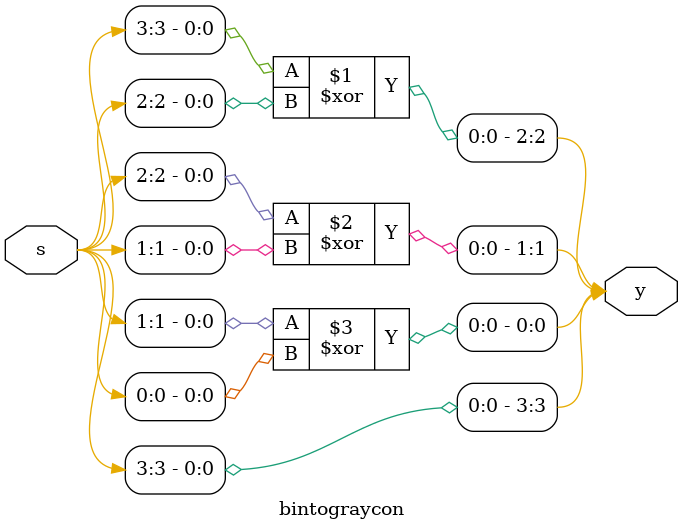
<source format=sv>

module bintograycon (input logic [3:0]s, output logic [3:0]y);
	assign y[3] = s[3];
	assign y[2] = s[3]^s[2];
	assign y[1] = s[2]^s[1];
	assign y[0] = s[1]^s[0];
endmodule

</source>
